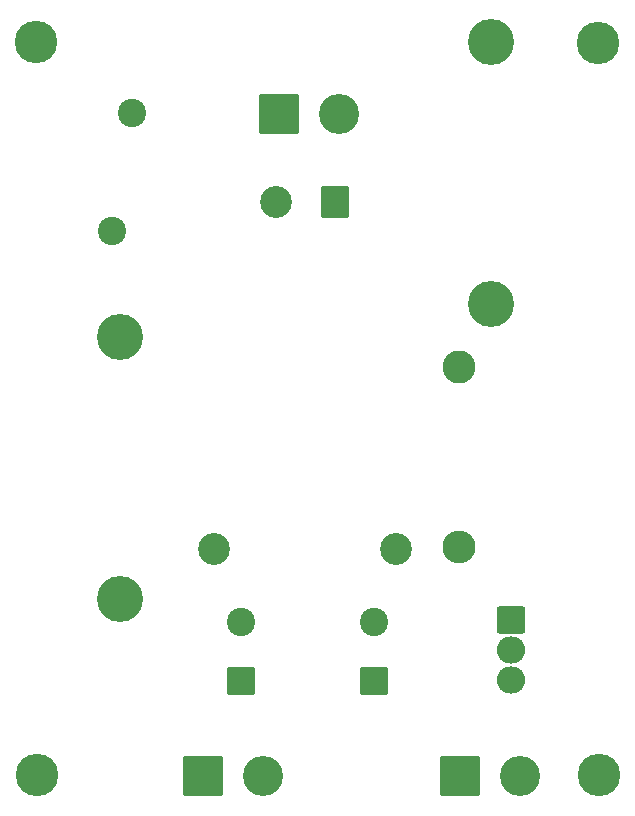
<source format=gbs>
G04 #@! TF.GenerationSoftware,KiCad,Pcbnew,6.0.5-a6ca702e91~116~ubuntu20.04.1*
G04 #@! TF.CreationDate,2022-05-18T21:18:04+02:00*
G04 #@! TF.ProjectId,Power Supply,506f7765-7220-4537-9570-706c792e6b69,rev?*
G04 #@! TF.SameCoordinates,Original*
G04 #@! TF.FileFunction,Soldermask,Bot*
G04 #@! TF.FilePolarity,Negative*
%FSLAX46Y46*%
G04 Gerber Fmt 4.6, Leading zero omitted, Abs format (unit mm)*
G04 Created by KiCad (PCBNEW 6.0.5-a6ca702e91~116~ubuntu20.04.1) date 2022-05-18 21:18:04*
%MOMM*%
%LPD*%
G01*
G04 APERTURE LIST*
G04 Aperture macros list*
%AMRoundRect*
0 Rectangle with rounded corners*
0 $1 Rounding radius*
0 $2 $3 $4 $5 $6 $7 $8 $9 X,Y pos of 4 corners*
0 Add a 4 corners polygon primitive as box body*
4,1,4,$2,$3,$4,$5,$6,$7,$8,$9,$2,$3,0*
0 Add four circle primitives for the rounded corners*
1,1,$1+$1,$2,$3*
1,1,$1+$1,$4,$5*
1,1,$1+$1,$6,$7*
1,1,$1+$1,$8,$9*
0 Add four rect primitives between the rounded corners*
20,1,$1+$1,$2,$3,$4,$5,0*
20,1,$1+$1,$4,$5,$6,$7,0*
20,1,$1+$1,$6,$7,$8,$9,0*
20,1,$1+$1,$8,$9,$2,$3,0*%
G04 Aperture macros list end*
%ADD10RoundRect,0.200000X-1.500000X-1.500000X1.500000X-1.500000X1.500000X1.500000X-1.500000X1.500000X0*%
%ADD11C,3.400000*%
%ADD12C,3.900000*%
%ADD13C,2.800000*%
%ADD14O,2.800000X2.800000*%
%ADD15RoundRect,0.200000X-1.000000X0.952500X-1.000000X-0.952500X1.000000X-0.952500X1.000000X0.952500X0*%
%ADD16O,2.400000X2.305000*%
%ADD17C,3.600000*%
%ADD18RoundRect,0.200000X1.000000X-1.000000X1.000000X1.000000X-1.000000X1.000000X-1.000000X-1.000000X0*%
%ADD19C,2.400000*%
%ADD20RoundRect,0.200000X-1.000000X1.150000X-1.000000X-1.150000X1.000000X-1.150000X1.000000X1.150000X0*%
%ADD21C,2.700000*%
G04 APERTURE END LIST*
D10*
X133520000Y-136000000D03*
D11*
X138600000Y-136000000D03*
D12*
X136140000Y-73841800D03*
X136140000Y-96041400D03*
D13*
X133500000Y-101380000D03*
D14*
X133500000Y-116620000D03*
D15*
X137900000Y-122800000D03*
D16*
X137900000Y-125340000D03*
X137900000Y-127880000D03*
D17*
X145300000Y-135930000D03*
X145200000Y-73900000D03*
D18*
X126300000Y-127980000D03*
D19*
X126300000Y-122980000D03*
X104050000Y-89830000D03*
X105750000Y-79830000D03*
D10*
X118230000Y-79970000D03*
D11*
X123310000Y-79970000D03*
D19*
X114980000Y-122980000D03*
D18*
X114980000Y-127980000D03*
D20*
X122955000Y-87355000D03*
D21*
X117955000Y-87355000D03*
X128155000Y-116755000D03*
X112755000Y-116755000D03*
D17*
X97690000Y-73870000D03*
X97700000Y-135900000D03*
D12*
X104770000Y-121018200D03*
X104770000Y-98818600D03*
D10*
X111760000Y-136000000D03*
D11*
X116840000Y-136000000D03*
M02*

</source>
